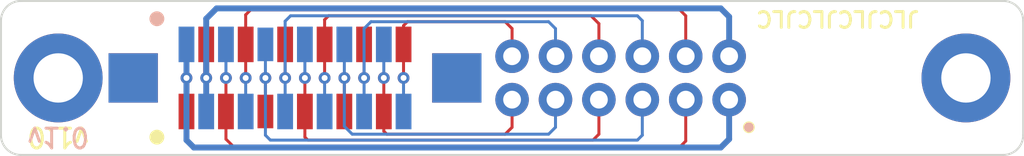
<source format=kicad_pcb>
(kicad_pcb (version 20221018) (generator pcbnew)
  (layers (0 "F.Cu" signal) (31 "B.Cu" signal) (34 "B.Paste" user) (35 "F.Paste" user) (36 "B.SilkS" user "B.Silkscreen") (37 "F.SilkS" user "F.Silkscreen") (38 "B.Mask" user) (39 "F.Mask" user) (44 "Edge.Cuts" user))
  (net 0 "")
  (net 1 "Net-(VIK_K1-3V3)")
  (net 2 "Net-(VIK_K1-GND-Pad2)")
  (net 3 "Net-(VIK_K1-SDA)")
  (net 4 "Net-(VIK_K1-SCL)")
  (net 5 "Net-(VIK_K1-RGB_IN)")
  (net 6 "Net-(VIK_K1-5V)")
  (net 7 "Net-(VIK_K1-GND-Pad7)")
  (net 8 "Net-(VIK_K1-MOSI)")
  (net 9 "Net-(VIK_K1-GPIO)")
  (net 10 "Net-(VIK_K1-CS)")
  (net 11 "Net-(VIK_K1-MISO)")
  (net 12 "Net-(VIK_K1-SCLK)")
  (footprint "zzkeeb:Connector_VIK-magnetic-keyboard" (layer "F.Cu") (at 132.083 82.516 90)
    (fp_text reference "VIK_K1" hide)
    (fp_text value "Connector_VIK-keyboard" hide)
    (fp_circle (center -2.5 6.5) (end -2.7 6.5) (stroke (width 0.1)) (fill solid) (layer "B.SilkS"))
    (fp_circle (center -2.5 6.5) (end -2.25 6.5) (stroke (width 0.1)) (fill solid) (layer "F.SilkS"))
    (pad "1" thru_hole circle (at -1.1 5.5 270) (size 1.7 1.7) (drill 0.9) (layers "*.Cu" "*.Mask") (net 1 "Net-(VIK_K1-3V3)"))
    (pad "2" thru_hole circle (at 1.1 5.5 270) (size 1.7 1.7) (drill 0.9) (layers "*.Cu" "*.Mask") (net 2 "Net-(VIK_K1-GND-Pad2)"))
    (pad "3" thru_hole circle (at -1.1 3.3 270) (size 1.7 1.7) (drill 0.9) (layers "*.Cu" "*.Mask") (net 3 "Net-(VIK_K1-SDA)"))
    (pad "4" thru_hole circle (at 1.1 3.3 270) (size 1.7 1.7) (drill 0.9) (layers "*.Cu" "*.Mask") (net 4 "Net-(VIK_K1-SCL)"))
    (pad "5" thru_hole circle (at -1.1 1.1 270) (size 1.7 1.7) (drill 0.9) (layers "*.Cu" "*.Mask") (net 5 "Net-(VIK_K1-RGB_IN)"))
    (pad "6" thru_hole circle (at 1.1 1.1 270) (size 1.7 1.7) (drill 0.9) (layers "*.Cu" "*.Mask") (net 6 "Net-(VIK_K1-5V)"))
    (pad "7" thru_hole circle (at -1.1 -1.1 270) (size 1.7 1.7) (drill 0.9) (layers "*.Cu" "*.Mask") (net 7 "Net-(VIK_K1-GND-Pad7)"))
    (pad "8" thru_hole circle (at 1.1 -1.1 270) (size 1.7 1.7) (drill 0.9) (layers "*.Cu" "*.Mask") (net 8 "Net-(VIK_K1-MOSI)"))
    (pad "9" thru_hole circle (at -1.1 -3.3 270) (size 1.7 1.7) (drill 0.9) (layers "*.Cu" "*.Mask") (net 9 "Net-(VIK_K1-GPIO)"))
    (pad "10" thru_hole circle (at 1.1 -3.3 270) (size 1.7 1.7) (drill 0.9) (layers "*.Cu" "*.Mask") (net 10 "Net-(VIK_K1-CS)"))
    (pad "11" thru_hole circle (at -1.1 -5.5 270) (size 1.7 1.7) (drill 0.9) (layers "*.Cu" "*.Mask") (net 11 "Net-(VIK_K1-MISO)"))
    (pad "12" thru_hole circle (at 1.1 -5.5 270) (size 1.7 1.7) (drill 0.9) (layers "*.Cu" "*.Mask") (net 12 "Net-(VIK_K1-SCLK)"))
  )
  (footprint "zzkeeb:Connector_FFC-12pin-1mm-vertical" (layer "F.Cu") (at 115.583 82.516 90)
    (fp_text reference "VIK_K2" hide)
    (fp_text value "Connector_VIK-keyboard" hide)
    (fp_circle (center -3 -7) (end -2.75 -7) (stroke (width 0.254)) (fill solid) (layer "F.SilkS"))
    (pad "" smd rect (at 0 -8.2 90) (size 2.5 2.5) (layers "F.Cu" "F.Paste" "F.Mask"))
    (pad "" smd rect (at 0 8.2 90) (size 2.5 2.5) (layers "F.Cu" "F.Paste" "F.Mask"))
    (pad "1" smd rect (at -1.7 -5.5 90) (size 1.8 0.8) (layers "F.Cu" "F.Paste" "F.Mask") (net 1 "Net-(VIK_K1-3V3)"))
    (pad "2" smd rect (at 1.7 -4.5 90) (size 1.8 0.8) (layers "F.Cu" "F.Paste" "F.Mask") (net 2 "Net-(VIK_K1-GND-Pad2)"))
    (pad "3" smd rect (at -1.7 -3.5 90) (size 1.8 0.8) (layers "F.Cu" "F.Paste" "F.Mask") (net 3 "Net-(VIK_K1-SDA)"))
    (pad "4" smd rect (at 1.7 -2.5 90) (size 1.8 0.8) (layers "F.Cu" "F.Paste" "F.Mask") (net 4 "Net-(VIK_K1-SCL)"))
    (pad "5" smd rect (at -1.7 -1.5 90) (size 1.7 0.8) (layers "F.Cu" "F.Paste" "F.Mask") (net 5 "Net-(VIK_K1-RGB_IN)"))
    (pad "6" smd rect (at 1.7 -0.5 90) (size 1.8 0.8) (layers "F.Cu" "F.Paste" "F.Mask") (net 6 "Net-(VIK_K1-5V)"))
    (pad "7" smd rect (at -1.7 0.5 90) (size 1.8 0.8) (layers "F.Cu" "F.Paste" "F.Mask") (net 7 "Net-(VIK_K1-GND-Pad7)"))
    (pad "8" smd rect (at 1.7 1.5 90) (size 1.8 0.8) (layers "F.Cu" "F.Paste" "F.Mask") (net 8 "Net-(VIK_K1-MOSI)"))
    (pad "9" smd rect (at -1.7 2.5 90) (size 1.8 0.8) (layers "F.Cu" "F.Paste" "F.Mask") (net 9 "Net-(VIK_K1-GPIO)"))
    (pad "10" smd rect (at 1.7 3.5 90) (size 1.8 0.8) (layers "F.Cu" "F.Paste" "F.Mask") (net 10 "Net-(VIK_K1-CS)"))
    (pad "11" smd rect (at -1.7 4.5 90) (size 1.8 0.8) (layers "F.Cu" "F.Paste" "F.Mask") (net 11 "Net-(VIK_K1-MISO)"))
    (pad "12" smd rect (at 1.7 5.5 90) (size 1.8 0.8) (layers "F.Cu" "F.Paste" "F.Mask") (net 12 "Net-(VIK_K1-SCLK)"))
  )
  (footprint "zzkeeb:Hole_M2-TH" (layer "F.Cu") (at 149.583 82.516)
    (fp_text reference "H2" hide)
    (fp_text value "MountingHole" hide)
    (pad "" thru_hole circle (at 0 0) (size 4.5 4.5) (drill 2.5) (layers "*.Cu" "*.Mask"))
  )
  (footprint "zzkeeb:Hole_M2-TH" (layer "B.Cu") (at 103.583 82.516 180)
    (fp_text reference "H1" hide)
    (fp_text value "MountingHole" hide)
    (pad "" thru_hole circle (at 0 0 180) (size 4.5 4.5) (drill 2.5) (layers "*.Cu" "*.Mask"))
  )
  (footprint "zzkeeb:Connector_FFC-12pin-1mm-vertical" (layer "B.Cu") (at 115.583 82.516 -90)
    (fp_text reference "VIK_K4" hide)
    (fp_text value "Connector_VIK-keyboard" hide)
    (fp_circle (center -3 7) (end -2.75 7) (stroke (width 0.254)) (fill solid) (layer "B.SilkS"))
    (pad "" smd rect (at 0 -8.2 270) (size 2.5 2.5) (layers "B.Cu" "B.Paste" "B.Mask"))
    (pad "" smd rect (at 0 8.2 270) (size 2.5 2.5) (layers "B.Cu" "B.Paste" "B.Mask"))
    (pad "1" smd rect (at -1.7 5.5 270) (size 1.8 0.8) (layers "B.Cu" "B.Paste" "B.Mask") (net 1 "Net-(VIK_K1-3V3)"))
    (pad "2" smd rect (at 1.7 4.5 270) (size 1.8 0.8) (layers "B.Cu" "B.Paste" "B.Mask") (net 2 "Net-(VIK_K1-GND-Pad2)"))
    (pad "3" smd rect (at -1.7 3.5 270) (size 1.8 0.8) (layers "B.Cu" "B.Paste" "B.Mask") (net 3 "Net-(VIK_K1-SDA)"))
    (pad "4" smd rect (at 1.7 2.5 270) (size 1.8 0.8) (layers "B.Cu" "B.Paste" "B.Mask") (net 4 "Net-(VIK_K1-SCL)"))
    (pad "5" smd rect (at -1.7 1.5 270) (size 1.7 0.8) (layers "B.Cu" "B.Paste" "B.Mask") (net 5 "Net-(VIK_K1-RGB_IN)"))
    (pad "6" smd rect (at 1.7 0.5 270) (size 1.8 0.8) (layers "B.Cu" "B.Paste" "B.Mask") (net 6 "Net-(VIK_K1-5V)"))
    (pad "7" smd rect (at -1.7 -0.5 270) (size 1.8 0.8) (layers "B.Cu" "B.Paste" "B.Mask") (net 7 "Net-(VIK_K1-GND-Pad7)"))
    (pad "8" smd rect (at 1.7 -1.5 270) (size 1.8 0.8) (layers "B.Cu" "B.Paste" "B.Mask") (net 8 "Net-(VIK_K1-MOSI)"))
    (pad "9" smd rect (at -1.7 -2.5 270) (size 1.8 0.8) (layers "B.Cu" "B.Paste" "B.Mask") (net 9 "Net-(VIK_K1-GPIO)"))
    (pad "10" smd rect (at 1.7 -3.5 270) (size 1.8 0.8) (layers "B.Cu" "B.Paste" "B.Mask") (net 10 "Net-(VIK_K1-CS)"))
    (pad "11" smd rect (at -1.7 -4.5 270) (size 1.8 0.8) (layers "B.Cu" "B.Paste" "B.Mask") (net 11 "Net-(VIK_K1-MISO)"))
    (pad "12" smd rect (at 1.7 -5.5 270) (size 1.8 0.8) (layers "B.Cu" "B.Paste" "B.Mask") (net 12 "Net-(VIK_K1-SCLK)"))
  )
  (gr_line (start 152.483 85.416) (end 152.483 79.616) (stroke (width 0.1)) (layer "Edge.Cuts"))
  (gr_arc (start 101.683 86.416) (mid 100.975893 86.123107) (end 100.683 85.416) (stroke (width 0.1)) (layer "Edge.Cuts"))
  (gr_line (start 100.683 79.616) (end 100.683 85.416) (stroke (width 0.1)) (layer "Edge.Cuts"))
  (gr_arc (start 152.483 85.416) (mid 152.190107 86.123107) (end 151.483 86.416) (stroke (width 0.1)) (layer "Edge.Cuts"))
  (gr_arc (start 100.683 79.616) (mid 100.975893 78.908893) (end 101.683 78.616) (stroke (width 0.1)) (layer "Edge.Cuts"))
  (gr_arc (start 151.483 78.616) (mid 152.190107 78.908893) (end 152.483 79.616) (stroke (width 0.1)) (layer "Edge.Cuts"))
  (gr_line (start 101.683 86.416) (end 151.483 86.416) (stroke (width 0.1)) (layer "Edge.Cuts"))
  (gr_line (start 151.483 78.616) (end 101.683 78.616) (stroke (width 0.1)) (layer "Edge.Cuts"))
  (gr_text "v1.0" (at 103.583 85.516 180) (layer "B.SilkS") (effects (font (size 1 1)) (justify mirror)))
  (gr_text "JLCJLCJLCJLC" (at 143.083 79.516 180) (layer "F.SilkS") (effects (font (size 0.8 0.8))))
  (gr_text "v1.0" (at 103.583 85.516 180) (layer "F.SilkS") (effects (font (size 1 1))))
  (segment (start 110.083 84.216) (end 110.083 82.516) (width 0.3) (layer "F.Cu") (net 1))
  (via (at 110.083 82.516) (size 0.6) (drill 0.3) (layers "F.Cu" "B.Cu") (net 1))
  (segment (start 110.458 86.041) (end 110.083 85.666) (width 0.3) (layer "B.Cu") (net 1))
  (segment (start 110.083 82.516) (end 110.083 80.816) (width 0.3) (layer "B.Cu") (net 1))
  (segment (start 137.158 86.041) (end 110.458 86.041) (width 0.3) (layer "B.Cu") (net 1))
  (segment (start 110.083 85.666) (end 110.083 82.516) (width 0.3) (layer "B.Cu") (net 1))
  (segment (start 137.583 85.616) (end 137.158 86.041) (width 0.3) (layer "B.Cu") (net 1))
  (segment (start 137.583 83.616) (end 137.583 85.616) (width 0.3) (layer "B.Cu") (net 1))
  (segment (start 111.083 80.816) (end 111.083 82.516) (width 0.3) (layer "F.Cu") (net 2))
  (via (at 111.083 82.516) (size 0.6) (drill 0.3) (layers "F.Cu" "B.Cu") (net 2))
  (segment (start 111.608 78.991) (end 111.083 79.516) (width 0.3) (layer "B.Cu") (net 2))
  (segment (start 137.583 81.416) (end 137.583 79.416) (width 0.3) (layer "B.Cu") (net 2))
  (segment (start 137.583 79.416) (end 137.158 78.991) (width 0.3) (layer "B.Cu") (net 2))
  (segment (start 111.083 82.516) (end 111.083 84.216) (width 0.3) (layer "B.Cu") (net 2))
  (segment (start 137.158 78.991) (end 111.608 78.991) (width 0.3) (layer "B.Cu") (net 2))
  (segment (start 111.083 79.516) (end 111.083 82.516) (width 0.3) (layer "B.Cu") (net 2))
  (segment (start 112.083 85.616) (end 112.433 85.966) (width 0.15) (layer "F.Cu") (net 3))
  (segment (start 135.383 85.716) (end 135.383 83.616) (width 0.15) (layer "F.Cu") (net 3))
  (segment (start 112.433 85.966) (end 135.133 85.966) (width 0.15) (layer "F.Cu") (net 3))
  (segment (start 135.133 85.966) (end 135.383 85.716) (width 0.15) (layer "F.Cu") (net 3))
  (segment (start 112.083 84.216) (end 112.083 85.616) (width 0.15) (layer "F.Cu") (net 3))
  (segment (start 112.083 82.516) (end 112.083 84.216) (width 0.15) (layer "F.Cu") (net 3))
  (via (at 112.083 82.516) (size 0.6) (drill 0.3) (layers "F.Cu" "B.Cu") (net 3))
  (segment (start 112.083 82.516) (end 112.083 80.816) (width 0.15) (layer "B.Cu") (net 3))
  (segment (start 113.083 80.816) (end 113.083 79.316) (width 0.15) (layer "F.Cu") (net 4))
  (segment (start 135.383 79.366) (end 135.383 81.416) (width 0.15) (layer "F.Cu") (net 4))
  (segment (start 113.083 82.516) (end 113.083 80.816) (width 0.15) (layer "F.Cu") (net 4))
  (segment (start 113.083 79.316) (end 113.333 79.066) (width 0.15) (layer "F.Cu") (net 4))
  (segment (start 135.083 79.066) (end 135.383 79.366) (width 0.15) (layer "F.Cu") (net 4))
  (segment (start 113.333 79.066) (end 135.083 79.066) (width 0.15) (layer "F.Cu") (net 4))
  (via (at 113.083 82.516) (size 0.6) (drill 0.3) (layers "F.Cu" "B.Cu") (net 4))
  (segment (start 113.083 82.516) (end 113.083 84.216) (width 0.15) (layer "B.Cu") (net 4))
  (segment (start 114.083 84.216) (end 114.083 82.516) (width 0.15) (layer "F.Cu") (net 5))
  (via (at 114.083 82.516) (size 0.6) (drill 0.3) (layers "F.Cu" "B.Cu") (net 5))
  (segment (start 132.933 85.666) (end 114.333 85.666) (width 0.15) (layer "B.Cu") (net 5))
  (segment (start 114.083 85.416) (end 114.083 82.516) (width 0.15) (layer "B.Cu") (net 5))
  (segment (start 133.183 85.416) (end 132.933 85.666) (width 0.15) (layer "B.Cu") (net 5))
  (segment (start 114.083 82.516) (end 114.083 80.816) (width 0.15) (layer "B.Cu") (net 5))
  (segment (start 114.333 85.666) (end 114.083 85.416) (width 0.15) (layer "B.Cu") (net 5))
  (segment (start 133.183 83.616) (end 133.183 85.416) (width 0.15) (layer "B.Cu") (net 5))
  (segment (start 115.083 80.816) (end 115.083 82.516) (width 0.15) (layer "F.Cu") (net 6))
  (via (at 115.083 82.516) (size 0.6) (drill 0.3) (layers "F.Cu" "B.Cu") (net 6))
  (segment (start 115.358 79.366) (end 115.083 79.641) (width 0.15) (layer "B.Cu") (net 6))
  (segment (start 133.183 81.416) (end 133.183 79.616) (width 0.15) (layer "B.Cu") (net 6))
  (segment (start 115.083 79.641) (end 115.083 82.516) (width 0.15) (layer "B.Cu") (net 6))
  (segment (start 132.933 79.366) (end 115.358 79.366) (width 0.15) (layer "B.Cu") (net 6))
  (segment (start 133.183 79.616) (end 132.933 79.366) (width 0.15) (layer "B.Cu") (net 6))
  (segment (start 115.083 82.516) (end 115.083 84.216) (width 0.15) (layer "B.Cu") (net 6))
  (segment (start 116.233 85.666) (end 130.683 85.666) (width 0.15) (layer "F.Cu") (net 7))
  (segment (start 116.083 84.216) (end 116.083 85.516) (width 0.15) (layer "F.Cu") (net 7))
  (segment (start 130.683 85.666) (end 130.983 85.366) (width 0.15) (layer "F.Cu") (net 7))
  (segment (start 116.083 85.516) (end 116.233 85.666) (width 0.15) (layer "F.Cu") (net 7))
  (segment (start 116.083 82.516) (end 116.083 84.216) (width 0.15) (layer "F.Cu") (net 7))
  (segment (start 130.983 85.366) (end 130.983 83.616) (width 0.15) (layer "F.Cu") (net 7))
  (via (at 116.083 82.516) (size 0.6) (drill 0.3) (layers "F.Cu" "B.Cu") (net 7))
  (segment (start 116.083 82.516) (end 116.083 80.816) (width 0.15) (layer "B.Cu") (net 7))
  (segment (start 117.283 79.366) (end 130.583 79.366) (width 0.15) (layer "F.Cu") (net 8))
  (segment (start 130.583 79.366) (end 130.983 79.766) (width 0.15) (layer "F.Cu") (net 8))
  (segment (start 117.083 79.566) (end 117.283 79.366) (width 0.15) (layer "F.Cu") (net 8))
  (segment (start 130.983 79.766) (end 130.983 81.416) (width 0.15) (layer "F.Cu") (net 8))
  (segment (start 117.083 80.816) (end 117.083 79.566) (width 0.15) (layer "F.Cu") (net 8))
  (segment (start 117.083 82.516) (end 117.083 80.816) (width 0.15) (layer "F.Cu") (net 8))
  (via (at 117.083 82.516) (size 0.6) (drill 0.3) (layers "F.Cu" "B.Cu") (net 8))
  (segment (start 117.083 82.516) (end 117.083 84.216) (width 0.15) (layer "B.Cu") (net 8))
  (segment (start 118.083 84.216) (end 118.083 82.516) (width 0.15) (layer "F.Cu") (net 9))
  (via (at 118.083 82.516) (size 0.6) (drill 0.3) (layers "F.Cu" "B.Cu") (net 9))
  (segment (start 118.083 82.516) (end 118.083 80.816) (width 0.15) (layer "B.Cu") (net 9))
  (segment (start 118.083 84.966) (end 118.083 82.516) (width 0.15) (layer "B.Cu") (net 9))
  (segment (start 128.783 85.016) (end 128.433 85.366) (width 0.15) (layer "B.Cu") (net 9))
  (segment (start 128.783 83.616) (end 128.783 85.016) (width 0.15) (layer "B.Cu") (net 9))
  (segment (start 118.483 85.366) (end 118.083 84.966) (width 0.15) (layer "B.Cu") (net 9))
  (segment (start 128.433 85.366) (end 118.483 85.366) (width 0.15) (layer "B.Cu") (net 9))
  (segment (start 119.083 80.816) (end 119.083 82.516) (width 0.15) (layer "F.Cu") (net 10))
  (via (at 119.083 82.516) (size 0.6) (drill 0.3) (layers "F.Cu" "B.Cu") (net 10))
  (segment (start 119.083 82.516) (end 119.083 84.216) (width 0.15) (layer "B.Cu") (net 10))
  (segment (start 128.433 79.666) (end 119.433 79.666) (width 0.15) (layer "B.Cu") (net 10))
  (segment (start 119.433 79.666) (end 119.083 80.016) (width 0.15) (layer "B.Cu") (net 10))
  (segment (start 128.783 81.416) (end 128.783 80.016) (width 0.15) (layer "B.Cu") (net 10))
  (segment (start 119.083 80.016) (end 119.083 82.516) (width 0.15) (layer "B.Cu") (net 10))
  (segment (start 128.783 80.016) (end 128.433 79.666) (width 0.15) (layer "B.Cu") (net 10))
  (segment (start 120.233 85.366) (end 126.233 85.366) (width 0.15) (layer "F.Cu") (net 11))
  (segment (start 126.583 85.016) (end 126.583 83.616) (width 0.15) (layer "F.Cu") (net 11))
  (segment (start 120.083 85.216) (end 120.233 85.366) (width 0.15) (layer "F.Cu") (net 11))
  (segment (start 126.233 85.366) (end 126.583 85.016) (width 0.15) (layer "F.Cu") (net 11))
  (segment (start 120.083 84.216) (end 120.083 85.216) (width 0.15) (layer "F.Cu") (net 11))
  (segment (start 120.083 82.516) (end 120.083 84.216) (width 0.15) (layer "F.Cu") (net 11))
  (via (at 120.083 82.516) (size 0.6) (drill 0.3) (layers "F.Cu" "B.Cu") (net 11))
  (segment (start 120.083 82.516) (end 120.083 80.816) (width 0.15) (layer "B.Cu") (net 11))
  (segment (start 126.583 80.016) (end 126.233 79.666) (width 0.15) (layer "F.Cu") (net 12))
  (segment (start 126.233 79.666) (end 121.283 79.666) (width 0.15) (layer "F.Cu") (net 12))
  (segment (start 121.283 79.666) (end 121.083 79.866) (width 0.15) (layer "F.Cu") (net 12))
  (segment (start 121.083 82.516) (end 121.083 80.816) (width 0.15) (layer "F.Cu") (net 12))
  (segment (start 121.083 79.866) (end 121.083 80.816) (width 0.15) (layer "F.Cu") (net 12))
  (segment (start 126.583 81.416) (end 126.583 80.016) (width 0.15) (layer "F.Cu") (net 12))
  (via (at 121.083 82.516) (size 0.6) (drill 0.3) (layers "F.Cu" "B.Cu") (net 12))
  (segment (start 121.083 82.516) (end 121.083 84.216) (width 0.15) (layer "B.Cu") (net 12))
)
</source>
